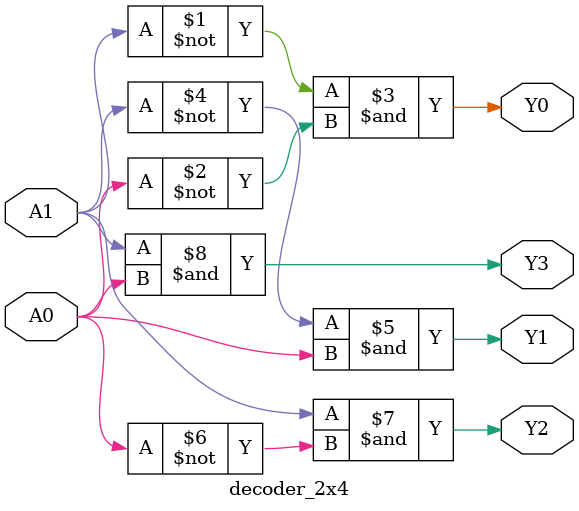
<source format=v>
`timescale 1ns / 1ps


module decoder_2x4(
        input A1,   
        input A0,   
        output Y0,  
        output Y1,  
        output Y2,  
        output Y3   
    );
    assign Y0 = (~A1 & ~A0);  
    assign Y1 = (~A1 & A0);   
    assign Y2 = (A1 & ~A0);    
    assign Y3 = (A1 & A0);    
endmodule

</source>
